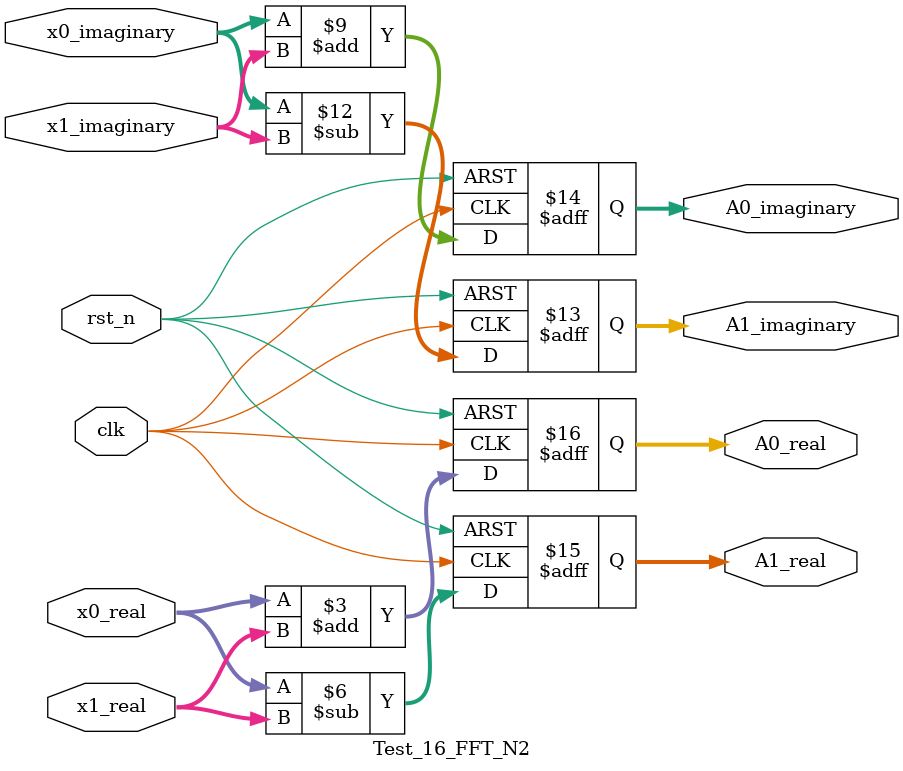
<source format=sv>
module Test_16_FFT_N2 (
	input clk,    			// Clock
	input rst_n,  			// Asynchronous reset active low
	input signed [15:0] x0_real,	// 高一位为符号位
	input signed [15:0] x0_imaginary,
	input signed [15:0] x1_real,
	input signed [15:0] x1_imaginary,
	
	output reg signed [16:0] A0_real,
	output reg signed [16:0] A0_imaginary,
	output reg signed [16:0] A1_real,
	output reg signed [16:0] A1_imaginary 
);
	
	/*output A0_real*/
	always @(posedge clk or negedge rst_n) begin
		if(~rst_n) begin
			A0_real <= 17'd0;
		end else begin
			A0_real <= x0_real + x1_real;
		end
	end

	/*output A1_real*/
	always @(posedge clk or negedge rst_n) begin
		if(~rst_n) begin
			A1_real <= 17'd0;
		end else begin
			A1_real <= x0_real - x1_real;
		end
	end

	/*output A0_imaginary*/
	always @(posedge clk or negedge rst_n) begin
		if(~rst_n) begin
			A0_imaginary <= 17'd0;
		end else begin
			A0_imaginary <= x0_imaginary + x1_imaginary;
		end
	end

	/*output A1_imaginary*/
	always @(posedge clk or negedge rst_n) begin
		if(~rst_n) begin
			A1_imaginary <= 17'd0;
		end else begin
			A1_imaginary <= x0_imaginary - x1_imaginary;
		end
	end



endmodule
</source>
